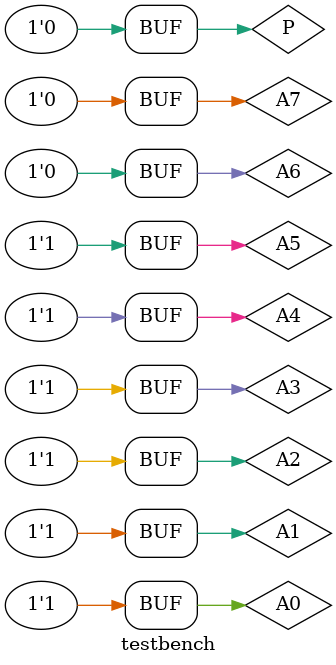
<source format=v>
module odd_parity_checker (A0, A1, A2, A3, A4, A5, A6, A7, P, C);
  	input A0, A1, A2, A3, A4, A5, A6, A7, P;  // 8 bit information and 1 odd parity bit
  	output C;				   
  
  	wire w1, w2, w3, w4, w5, w6, w7, w8;
 	xor G1 (w1, A0, A1); 
  	xor G2 (w2, A2, A3);
  	xor G3 (w3, A4, A5);
  	xor G4 (w4, A6, A7);
	xor G5 (w5, w1, w2);
  	xor G6 (w6, w3, w4);
  	xor G7 (w7, w5, w6);
  	not G8 (w8, w7);
	xor G9 (C, w8, P);
endmodule

module testbench;

  	reg A0, A1, A2, A3, A4, A5, A6, A7, P;
  	wire C;
  	odd_parity_checker test(A0, A1, A2, A3, A4, A5, A6, A7, P, C);
  
  	initial 
		begin
   			    A0=1'b0;A1=1'b0;A2=1'b0;A3=1'b0;A4=1'b0;A5=1'b0;A6=1'b0;A7=1'b0;P=1'b1; //ok
   			#10 A0=1'b1;A1=1'b0;A2=1'b0;A3=1'b0;A4=1'b0;A5=1'b0;A6=1'b0;A7=1'b0;P=1'b0; //ok
   			#10 A0=1'b1;A1=1'b1;A2=1'b0;A3=1'b0;A4=1'b0;A5=1'b0;A6=1'b0;A7=1'b0;P=1'b1; //ok
    			#10 A0=1'b1;A1=1'b1;A2=1'b1;A3=1'b0;A4=1'b0;A5=1'b0;A6=1'b0;A7=1'b0;P=1'b0; //ok
    			#10 A0=1'b1;A1=1'b1;A2=1'b1;A3=1'b1;A4=1'b0;A5=1'b0;A6=1'b0;A7=1'b0;P=1'b1; //ok
			#10 A0=1'b1;A1=1'b1;A2=1'b1;A3=1'b1;A4=1'b1;A5=1'b0;A6=1'b0;A7=1'b0;P=1'b0; //error
    			#10 A0=1'b1;A1=1'b1;A2=1'b1;A3=1'b1;A4=1'b1;A5=1'b1;A6=1'b0;A7=1'b0;P=1'b0; //error
 		end
  
endmodule

</source>
